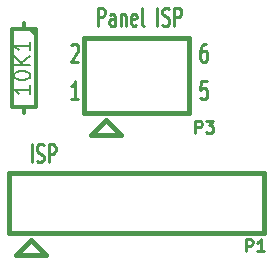
<source format=gto>
G04 (created by PCBNEW (2013-jul-07)-stable) date Thu 13 Aug 2015 05:12:16 PM PDT*
%MOIN*%
G04 Gerber Fmt 3.4, Leading zero omitted, Abs format*
%FSLAX34Y34*%
G01*
G70*
G90*
G04 APERTURE LIST*
%ADD10C,0.00393701*%
%ADD11C,0.01*%
%ADD12C,0.015*%
%ADD13C,0.012*%
%ADD14C,0.008*%
G04 APERTURE END LIST*
G54D10*
G54D11*
X50859Y-38642D02*
X50859Y-38042D01*
X51030Y-38614D02*
X51088Y-38642D01*
X51183Y-38642D01*
X51221Y-38614D01*
X51240Y-38585D01*
X51259Y-38528D01*
X51259Y-38471D01*
X51240Y-38414D01*
X51221Y-38385D01*
X51183Y-38357D01*
X51107Y-38328D01*
X51069Y-38300D01*
X51050Y-38271D01*
X51030Y-38214D01*
X51030Y-38157D01*
X51050Y-38100D01*
X51069Y-38071D01*
X51107Y-38042D01*
X51202Y-38042D01*
X51259Y-38071D01*
X51430Y-38642D02*
X51430Y-38042D01*
X51583Y-38042D01*
X51621Y-38071D01*
X51640Y-38100D01*
X51659Y-38157D01*
X51659Y-38242D01*
X51640Y-38300D01*
X51621Y-38328D01*
X51583Y-38357D01*
X51430Y-38357D01*
X53069Y-34092D02*
X53069Y-33492D01*
X53221Y-33492D01*
X53259Y-33521D01*
X53278Y-33550D01*
X53297Y-33607D01*
X53297Y-33692D01*
X53278Y-33750D01*
X53259Y-33778D01*
X53221Y-33807D01*
X53069Y-33807D01*
X53640Y-34092D02*
X53640Y-33778D01*
X53621Y-33721D01*
X53583Y-33692D01*
X53507Y-33692D01*
X53469Y-33721D01*
X53640Y-34064D02*
X53602Y-34092D01*
X53507Y-34092D01*
X53469Y-34064D01*
X53450Y-34007D01*
X53450Y-33950D01*
X53469Y-33892D01*
X53507Y-33864D01*
X53602Y-33864D01*
X53640Y-33835D01*
X53830Y-33692D02*
X53830Y-34092D01*
X53830Y-33750D02*
X53850Y-33721D01*
X53888Y-33692D01*
X53945Y-33692D01*
X53983Y-33721D01*
X54002Y-33778D01*
X54002Y-34092D01*
X54345Y-34064D02*
X54307Y-34092D01*
X54230Y-34092D01*
X54192Y-34064D01*
X54173Y-34007D01*
X54173Y-33778D01*
X54192Y-33721D01*
X54230Y-33692D01*
X54307Y-33692D01*
X54345Y-33721D01*
X54364Y-33778D01*
X54364Y-33835D01*
X54173Y-33892D01*
X54592Y-34092D02*
X54554Y-34064D01*
X54535Y-34007D01*
X54535Y-33492D01*
X55050Y-34092D02*
X55050Y-33492D01*
X55221Y-34064D02*
X55278Y-34092D01*
X55373Y-34092D01*
X55411Y-34064D01*
X55430Y-34035D01*
X55450Y-33978D01*
X55450Y-33921D01*
X55430Y-33864D01*
X55411Y-33835D01*
X55373Y-33807D01*
X55297Y-33778D01*
X55259Y-33750D01*
X55240Y-33721D01*
X55221Y-33664D01*
X55221Y-33607D01*
X55240Y-33550D01*
X55259Y-33521D01*
X55297Y-33492D01*
X55392Y-33492D01*
X55450Y-33521D01*
X55621Y-34092D02*
X55621Y-33492D01*
X55773Y-33492D01*
X55811Y-33521D01*
X55830Y-33550D01*
X55850Y-33607D01*
X55850Y-33692D01*
X55830Y-33750D01*
X55811Y-33778D01*
X55773Y-33807D01*
X55621Y-33807D01*
X56676Y-34692D02*
X56600Y-34692D01*
X56561Y-34721D01*
X56542Y-34750D01*
X56504Y-34835D01*
X56485Y-34950D01*
X56485Y-35178D01*
X56504Y-35235D01*
X56523Y-35264D01*
X56561Y-35292D01*
X56638Y-35292D01*
X56676Y-35264D01*
X56695Y-35235D01*
X56714Y-35178D01*
X56714Y-35035D01*
X56695Y-34978D01*
X56676Y-34950D01*
X56638Y-34921D01*
X56561Y-34921D01*
X56523Y-34950D01*
X56504Y-34978D01*
X56485Y-35035D01*
X56695Y-35942D02*
X56504Y-35942D01*
X56485Y-36228D01*
X56504Y-36200D01*
X56542Y-36171D01*
X56638Y-36171D01*
X56676Y-36200D01*
X56695Y-36228D01*
X56714Y-36285D01*
X56714Y-36428D01*
X56695Y-36485D01*
X56676Y-36514D01*
X56638Y-36542D01*
X56542Y-36542D01*
X56504Y-36514D01*
X56485Y-36485D01*
X52185Y-34750D02*
X52204Y-34721D01*
X52242Y-34692D01*
X52338Y-34692D01*
X52376Y-34721D01*
X52395Y-34750D01*
X52414Y-34807D01*
X52414Y-34864D01*
X52395Y-34950D01*
X52166Y-35292D01*
X52414Y-35292D01*
X52414Y-36542D02*
X52185Y-36542D01*
X52300Y-36542D02*
X52300Y-35942D01*
X52261Y-36028D01*
X52223Y-36085D01*
X52185Y-36114D01*
G54D12*
X52850Y-37750D02*
X53850Y-37750D01*
X53850Y-37750D02*
X53350Y-37250D01*
X53350Y-37250D02*
X52850Y-37750D01*
X52600Y-34500D02*
X52600Y-37000D01*
X52600Y-37000D02*
X56100Y-37000D01*
X56100Y-37000D02*
X56100Y-34500D01*
X56100Y-34500D02*
X52600Y-34500D01*
X58600Y-39000D02*
X50100Y-39000D01*
X50100Y-41000D02*
X58600Y-41000D01*
X58600Y-39000D02*
X58600Y-41000D01*
X50100Y-39000D02*
X50100Y-41000D01*
X50350Y-41750D02*
X51350Y-41750D01*
X51350Y-41750D02*
X50850Y-41250D01*
X50850Y-41250D02*
X50350Y-41750D01*
G54D13*
X50600Y-34000D02*
X50600Y-34200D01*
X50600Y-37000D02*
X50600Y-36800D01*
X50600Y-36800D02*
X51000Y-36800D01*
X51000Y-36800D02*
X51000Y-34200D01*
X51000Y-34200D02*
X50200Y-34200D01*
X50200Y-34200D02*
X50200Y-36800D01*
X50200Y-36800D02*
X50600Y-36800D01*
X50800Y-34200D02*
X51000Y-34400D01*
G54D11*
X56304Y-37661D02*
X56304Y-37261D01*
X56457Y-37261D01*
X56495Y-37280D01*
X56514Y-37300D01*
X56533Y-37338D01*
X56533Y-37395D01*
X56514Y-37433D01*
X56495Y-37452D01*
X56457Y-37471D01*
X56304Y-37471D01*
X56666Y-37261D02*
X56914Y-37261D01*
X56780Y-37414D01*
X56838Y-37414D01*
X56876Y-37433D01*
X56895Y-37452D01*
X56914Y-37490D01*
X56914Y-37585D01*
X56895Y-37623D01*
X56876Y-37642D01*
X56838Y-37661D01*
X56723Y-37661D01*
X56685Y-37642D01*
X56666Y-37623D01*
X58004Y-41611D02*
X58004Y-41211D01*
X58157Y-41211D01*
X58195Y-41230D01*
X58214Y-41250D01*
X58233Y-41288D01*
X58233Y-41345D01*
X58214Y-41383D01*
X58195Y-41402D01*
X58157Y-41421D01*
X58004Y-41421D01*
X58614Y-41611D02*
X58385Y-41611D01*
X58500Y-41611D02*
X58500Y-41211D01*
X58461Y-41269D01*
X58423Y-41307D01*
X58385Y-41326D01*
G54D14*
X50822Y-36083D02*
X50822Y-36369D01*
X50822Y-36226D02*
X50272Y-36226D01*
X50351Y-36273D01*
X50403Y-36321D01*
X50429Y-36369D01*
X50272Y-35773D02*
X50272Y-35726D01*
X50298Y-35678D01*
X50325Y-35654D01*
X50377Y-35630D01*
X50482Y-35607D01*
X50613Y-35607D01*
X50717Y-35630D01*
X50770Y-35654D01*
X50796Y-35678D01*
X50822Y-35726D01*
X50822Y-35773D01*
X50796Y-35821D01*
X50770Y-35845D01*
X50717Y-35869D01*
X50613Y-35892D01*
X50482Y-35892D01*
X50377Y-35869D01*
X50325Y-35845D01*
X50298Y-35821D01*
X50272Y-35773D01*
X50822Y-35392D02*
X50272Y-35392D01*
X50822Y-35107D02*
X50508Y-35321D01*
X50272Y-35107D02*
X50586Y-35392D01*
X50822Y-34630D02*
X50822Y-34916D01*
X50822Y-34773D02*
X50272Y-34773D01*
X50351Y-34821D01*
X50403Y-34869D01*
X50429Y-34916D01*
M02*

</source>
